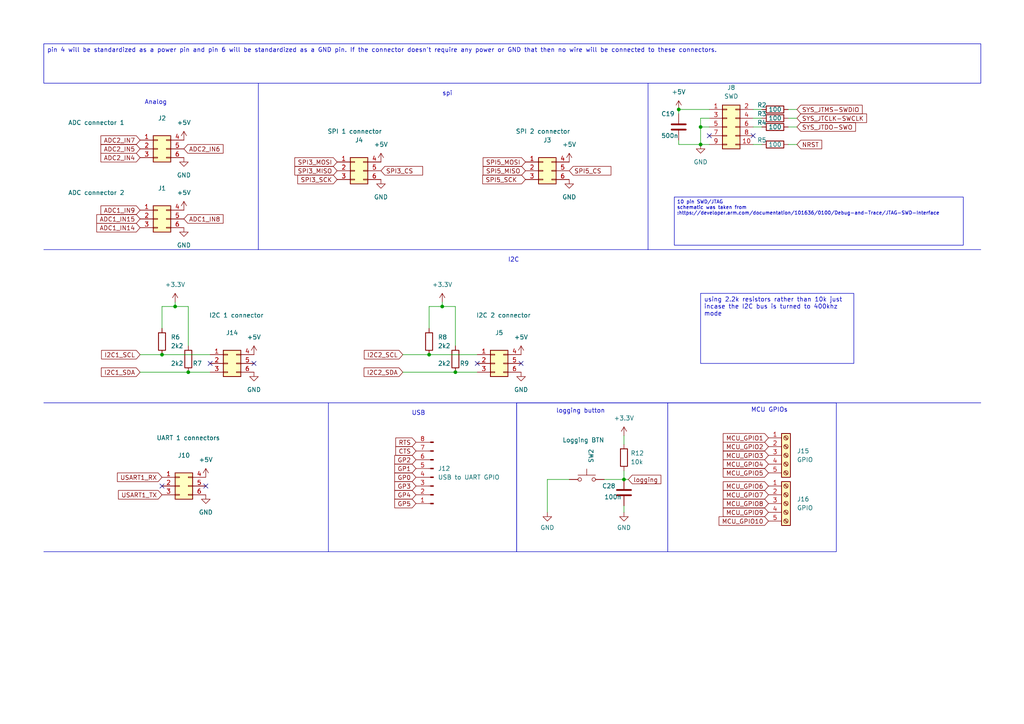
<source format=kicad_sch>
(kicad_sch (version 20230121) (generator eeschema)
  (paper "A4")
  (lib_symbols
    (symbol "Connector:Conn_01x08_Pin" (pin_names (offset 1.016) hide)
      (property "Reference" "J" (at 0 10.16 0))
      (property "Value" "Conn_01x08_Pin" (at 0 -12.7 0))
      (symbol "Conn_01x08_Pin_1_1"
        (polyline (pts (xy 1.27 -10.16) (xy 0.8636 -10.16)) (stroke (width 0.1524)))
        (polyline (pts (xy 1.27 -7.62) (xy 0.8636 -7.62)) (stroke (width 0.1524)))
        (polyline (pts (xy 1.27 -5.08) (xy 0.8636 -5.08)) (stroke (width 0.1524)))
        (polyline (pts (xy 1.27 -2.54) (xy 0.8636 -2.54)) (stroke (width 0.1524)))
        (polyline (pts (xy 1.27 0) (xy 0.8636 0)) (stroke (width 0.1524)))
        (polyline (pts (xy 1.27 2.54) (xy 0.8636 2.54)) (stroke (width 0.1524)))
        (polyline (pts (xy 1.27 5.08) (xy 0.8636 5.08)) (stroke (width 0.1524)))
        (polyline (pts (xy 1.27 7.62) (xy 0.8636 7.62)) (stroke (width 0.1524)))
        (rectangle (start 0.8636 -10.033) (end 0 -10.287) (stroke (width 0.1524)) (fill (type outline)))
        (rectangle (start 0.8636 -7.493) (end 0 -7.747) (stroke (width 0.1524)) (fill (type outline)))
        (rectangle (start 0.8636 -4.953) (end 0 -5.207) (stroke (width 0.1524)) (fill (type outline)))
        (rectangle (start 0.8636 -2.413) (end 0 -2.667) (stroke (width 0.1524)) (fill (type outline)))
        (rectangle (start 0.8636 0.127) (end 0 -0.127) (stroke (width 0.1524)) (fill (type outline)))
        (rectangle (start 0.8636 2.667) (end 0 2.413) (stroke (width 0.1524)) (fill (type outline)))
        (rectangle (start 0.8636 5.207) (end 0 4.953) (stroke (width 0.1524)) (fill (type outline)))
        (rectangle (start 0.8636 7.747) (end 0 7.493) (stroke (width 0.1524)) (fill (type outline)))
        (pin passive line (at 5.08 7.62 180) (length 3.81) (name "Pin_1") (number "1"))
        (pin passive line (at 5.08 5.08 180) (length 3.81) (name "Pin_2") (number "2"))
        (pin passive line (at 5.08 2.54 180) (length 3.81) (name "Pin_3") (number "3"))
        (pin passive line (at 5.08 0 180) (length 3.81) (name "Pin_4") (number "4"))
        (pin passive line (at 5.08 -2.54 180) (length 3.81) (name "Pin_5") (number "5"))
        (pin passive line (at 5.08 -5.08 180) (length 3.81) (name "Pin_6") (number "6"))
        (pin passive line (at 5.08 -7.62 180) (length 3.81) (name "Pin_7") (number "7"))
        (pin passive line (at 5.08 -10.16 180) (length 3.81) (name "Pin_8") (number "8"))
      )
    )
    (symbol "Connector:Screw_Terminal_01x05" (pin_names (offset 1.016) hide)
      (property "Reference" "J" (at 0 7.62 0))
      (property "Value" "Screw_Terminal_01x05" (at 0 -7.62 0))
      (symbol "Screw_Terminal_01x05_1_1"
        (rectangle (start -1.27 6.35) (end 1.27 -6.35) (stroke (width 0.254)) (fill (type background)))
        (circle (center 0 -5.08) (radius 0.635) (stroke (width 0.1524)))
        (circle (center 0 -2.54) (radius 0.635) (stroke (width 0.1524)))
        (polyline (pts (xy -0.5334 -4.7498) (xy 0.3302 -5.588)) (stroke (width 0.1524)))
        (polyline (pts (xy -0.5334 -2.2098) (xy 0.3302 -3.048)) (stroke (width 0.1524)))
        (polyline (pts (xy -0.5334 0.3302) (xy 0.3302 -0.508)) (stroke (width 0.1524)))
        (polyline (pts (xy -0.5334 2.8702) (xy 0.3302 2.032)) (stroke (width 0.1524)))
        (polyline (pts (xy -0.5334 5.4102) (xy 0.3302 4.572)) (stroke (width 0.1524)))
        (polyline (pts (xy -0.3556 -4.572) (xy 0.508 -5.4102)) (stroke (width 0.1524)))
        (polyline (pts (xy -0.3556 -2.032) (xy 0.508 -2.8702)) (stroke (width 0.1524)))
        (polyline (pts (xy -0.3556 0.508) (xy 0.508 -0.3302)) (stroke (width 0.1524)))
        (polyline (pts (xy -0.3556 3.048) (xy 0.508 2.2098)) (stroke (width 0.1524)))
        (polyline (pts (xy -0.3556 5.588) (xy 0.508 4.7498)) (stroke (width 0.1524)))
        (circle (center 0 0) (radius 0.635) (stroke (width 0.1524)))
        (circle (center 0 2.54) (radius 0.635) (stroke (width 0.1524)))
        (circle (center 0 5.08) (radius 0.635) (stroke (width 0.1524)))
        (pin passive line (at -5.08 5.08 0) (length 3.81) (name "Pin_1") (number "1"))
        (pin passive line (at -5.08 2.54 0) (length 3.81) (name "Pin_2") (number "2"))
        (pin passive line (at -5.08 0 0) (length 3.81) (name "Pin_3") (number "3"))
        (pin passive line (at -5.08 -2.54 0) (length 3.81) (name "Pin_4") (number "4"))
        (pin passive line (at -5.08 -5.08 0) (length 3.81) (name "Pin_5") (number "5"))
      )
    )
    (symbol "Connector_Generic:Conn_02x03_Top_Bottom" (pin_names (offset 1.016) hide)
      (property "Reference" "J" (at 1.27 5.08 0))
      (property "Value" "Conn_02x03_Top_Bottom" (at 1.27 -5.08 0))
      (symbol "Conn_02x03_Top_Bottom_1_1"
        (rectangle (start -1.27 -2.413) (end 0 -2.667) (stroke (width 0.1524)))
        (rectangle (start -1.27 0.127) (end 0 -0.127) (stroke (width 0.1524)))
        (rectangle (start -1.27 2.667) (end 0 2.413) (stroke (width 0.1524)))
        (rectangle (start -1.27 3.81) (end 3.81 -3.81) (stroke (width 0.254)) (fill (type background)))
        (rectangle (start 3.81 -2.413) (end 2.54 -2.667) (stroke (width 0.1524)))
        (rectangle (start 3.81 0.127) (end 2.54 -0.127) (stroke (width 0.1524)))
        (rectangle (start 3.81 2.667) (end 2.54 2.413) (stroke (width 0.1524)))
        (pin passive line (at -5.08 2.54 0) (length 3.81) (name "Pin_1") (number "1"))
        (pin passive line (at -5.08 0 0) (length 3.81) (name "Pin_2") (number "2"))
        (pin passive line (at -5.08 -2.54 0) (length 3.81) (name "Pin_3") (number "3"))
        (pin passive line (at 7.62 2.54 180) (length 3.81) (name "Pin_4") (number "4"))
        (pin passive line (at 7.62 0 180) (length 3.81) (name "Pin_5") (number "5"))
        (pin passive line (at 7.62 -2.54 180) (length 3.81) (name "Pin_6") (number "6"))
      )
    )
    (symbol "Connector_Generic:Conn_02x05_Odd_Even" (pin_names (offset 1.016) hide)
      (property "Reference" "J" (at 1.27 7.62 0))
      (property "Value" "Conn_02x05_Odd_Even" (at 1.27 -7.62 0))
      (symbol "Conn_02x05_Odd_Even_1_1"
        (rectangle (start -1.27 -4.953) (end 0 -5.207) (stroke (width 0.1524)))
        (rectangle (start -1.27 -2.413) (end 0 -2.667) (stroke (width 0.1524)))
        (rectangle (start -1.27 0.127) (end 0 -0.127) (stroke (width 0.1524)))
        (rectangle (start -1.27 2.667) (end 0 2.413) (stroke (width 0.1524)))
        (rectangle (start -1.27 5.207) (end 0 4.953) (stroke (width 0.1524)))
        (rectangle (start -1.27 6.35) (end 3.81 -6.35) (stroke (width 0.254)) (fill (type background)))
        (rectangle (start 3.81 -4.953) (end 2.54 -5.207) (stroke (width 0.1524)))
        (rectangle (start 3.81 -2.413) (end 2.54 -2.667) (stroke (width 0.1524)))
        (rectangle (start 3.81 0.127) (end 2.54 -0.127) (stroke (width 0.1524)))
        (rectangle (start 3.81 2.667) (end 2.54 2.413) (stroke (width 0.1524)))
        (rectangle (start 3.81 5.207) (end 2.54 4.953) (stroke (width 0.1524)))
        (pin passive line (at -5.08 5.08 0) (length 3.81) (name "Pin_1") (number "1"))
        (pin passive line (at 7.62 -5.08 180) (length 3.81) (name "Pin_10") (number "10"))
        (pin passive line (at 7.62 5.08 180) (length 3.81) (name "Pin_2") (number "2"))
        (pin passive line (at -5.08 2.54 0) (length 3.81) (name "Pin_3") (number "3"))
        (pin passive line (at 7.62 2.54 180) (length 3.81) (name "Pin_4") (number "4"))
        (pin passive line (at -5.08 0 0) (length 3.81) (name "Pin_5") (number "5"))
        (pin passive line (at 7.62 0 180) (length 3.81) (name "Pin_6") (number "6"))
        (pin passive line (at -5.08 -2.54 0) (length 3.81) (name "Pin_7") (number "7"))
        (pin passive line (at 7.62 -2.54 180) (length 3.81) (name "Pin_8") (number "8"))
        (pin passive line (at -5.08 -5.08 0) (length 3.81) (name "Pin_9") (number "9"))
      )
    )
    (symbol "Device:C" (pin_numbers hide) (pin_names (offset 0.254))
      (property "Reference" "C" (at 0.635 2.54 0))
      (property "Value" "C" (at 0.635 -2.54 0))
      (symbol "C_0_1"
        (polyline (pts (xy -2.032 -0.762) (xy 2.032 -0.762)) (stroke (width 0.508)))
        (polyline (pts (xy -2.032 0.762) (xy 2.032 0.762)) (stroke (width 0.508)))
      )
      (symbol "C_1_1"
        (pin passive line (at 0 3.81 270) (length 2.794) (name "~") (number "1"))
        (pin passive line (at 0 -3.81 90) (length 2.794) (name "~") (number "2"))
      )
    )
    (symbol "Device:R" (pin_numbers hide) (pin_names (offset 0))
      (property "Reference" "R" (at 2.032 0 90))
      (property "Value" "R" (at 0 0 90))
      (symbol "R_0_1"
        (rectangle (start -1.016 -2.54) (end 1.016 2.54) (stroke (width 0.254)))
      )
      (symbol "R_1_1"
        (pin passive line (at 0 3.81 270) (length 1.27) (name "~") (number "1"))
        (pin passive line (at 0 -3.81 90) (length 1.27) (name "~") (number "2"))
      )
    )
    (symbol "Switch:SW_Push" (pin_numbers hide) (pin_names (offset 1.016) hide)
      (property "Reference" "SW" (at 1.27 2.54 0))
      (property "Value" "SW_Push" (at 0 -1.524 0))
      (symbol "SW_Push_0_1"
        (circle (center -2.032 0) (radius 0.508))
        (polyline (pts (xy 0 1.27) (xy 0 3.048)))
        (polyline (pts (xy 2.54 1.27) (xy -2.54 1.27)))
        (circle (center 2.032 0) (radius 0.508))
        (pin passive line (at -5.08 0 0) (length 2.54) (name "1") (number "1"))
        (pin passive line (at 5.08 0 180) (length 2.54) (name "2") (number "2"))
      )
    )
    (symbol "power:+3.3V" (power) (pin_names (offset 0))
      (property "Value" "+3.3V" (at 0 3.556 0))
      (symbol "+3.3V_0_1"
        (polyline (pts (xy -0.762 1.27) (xy 0 2.54)))
        (polyline (pts (xy 0 0) (xy 0 2.54)))
        (polyline (pts (xy 0 2.54) (xy 0.762 1.27)))
      )
      (symbol "+3.3V_1_1"
        (pin power_in line (at 0 0 90) (length 0) hide (name "+3.3V") (number "1"))
      )
    )
    (symbol "power:+5V" (power) (pin_names (offset 0))
      (property "Value" "+5V" (at 0 3.556 0))
      (symbol "+5V_0_1"
        (polyline (pts (xy -0.762 1.27) (xy 0 2.54)))
        (polyline (pts (xy 0 0) (xy 0 2.54)))
        (polyline (pts (xy 0 2.54) (xy 0.762 1.27)))
      )
      (symbol "+5V_1_1"
        (pin power_in line (at 0 0 90) (length 0) hide (name "+5V") (number "1"))
      )
    )
    (symbol "power:GND" (power) (pin_names (offset 0))
      (property "Value" "GND" (at 0 -3.81 0))
      (symbol "GND_0_1"
        (polyline (pts (xy 0 0) (xy 0 -1.27) (xy 1.27 -1.27) (xy 0 -2.54) (xy -1.27 -1.27) (xy 0 -1.27)))
      )
      (symbol "GND_1_1"
        (pin power_in line (at 0 0 270) (length 0) hide (name "GND") (number "1"))
      )
    )
  )
  (junction (at 128.27 88.9))
  (junction (at 196.85 31.75))
  (junction (at 50.8 88.9))
  (junction (at 54.61 107.95))
  (junction (at 132.08 107.95))
  (junction (at 203.2 41.91))
  (junction (at 180.975 139.065))
  (junction (at 46.99 102.87))
  (junction (at 124.46 102.87))
  (junction (at 203.2 36.83))
  (no_connect (at 218.44 39.37))
  (no_connect (at 205.74 39.37))
  (no_connect (at 59.69 140.97))
  (no_connect (at 151.13 105.41))
  (no_connect (at 138.43 105.41))
  (no_connect (at 73.66 105.41))
  (no_connect (at 46.99 140.97))
  (no_connect (at 60.96 105.41))
  (wire (pts (xy 138.43 107.95) (xy 132.08 107.95)))
  (wire (pts (xy 46.99 88.9) (xy 50.8 88.9)))
  (polyline (pts (xy 95.25 160.02) (xy 149.86 160.02)))
  (wire (pts (xy 180.975 148.59) (xy 180.975 146.685)))
  (wire (pts (xy 196.85 40.64) (xy 196.85 41.91)))
  (wire (pts (xy 228.6 31.75) (xy 231.14 31.75)))
  (polyline (pts (xy 12.7 160.02) (xy 95.25 160.02)))
  (polyline (pts (xy 12.7 72.39) (xy 74.93 72.39)))
  (wire (pts (xy 218.44 31.75) (xy 220.98 31.75)))
  (wire (pts (xy 158.75 139.065) (xy 158.75 148.59)))
  (wire (pts (xy 218.44 34.29) (xy 220.98 34.29)))
  (wire (pts (xy 196.85 31.75) (xy 205.74 31.75)))
  (wire (pts (xy 228.6 34.29) (xy 231.14 34.29)))
  (wire (pts (xy 203.2 36.83) (xy 205.74 36.83)))
  (wire (pts (xy 54.61 88.9) (xy 50.8 88.9)))
  (polyline (pts (xy 187.96 72.39) (xy 284.48 72.39)))
  (polyline (pts (xy 95.25 160.02) (xy 95.25 116.84)))
  (polyline (pts (xy 74.93 72.39) (xy 187.96 72.39)))
  (polyline (pts (xy 12.7 116.84) (xy 284.48 116.84)))
  (wire (pts (xy 203.2 34.29) (xy 203.2 36.83)))
  (wire (pts (xy 175.26 139.065) (xy 180.975 139.065)))
  (wire (pts (xy 180.975 139.065) (xy 182.245 139.065)))
  (polyline (pts (xy 74.93 24.13) (xy 74.93 72.39)))
  (polyline (pts (xy 149.86 160.02) (xy 149.86 116.84)))
  (wire (pts (xy 218.44 36.83) (xy 220.98 36.83)))
  (wire (pts (xy 60.96 107.95) (xy 54.61 107.95)))
  (wire (pts (xy 205.74 34.29) (xy 203.2 34.29)))
  (wire (pts (xy 196.85 31.75) (xy 196.85 33.02)))
  (wire (pts (xy 40.64 102.87) (xy 46.99 102.87)))
  (wire (pts (xy 128.27 87.63) (xy 128.27 88.9)))
  (wire (pts (xy 158.75 139.065) (xy 165.1 139.065)))
  (wire (pts (xy 124.46 95.25) (xy 124.46 88.9)))
  (wire (pts (xy 138.43 102.87) (xy 124.46 102.87)))
  (wire (pts (xy 203.2 41.91) (xy 203.2 36.83)))
  (wire (pts (xy 116.84 107.95) (xy 132.08 107.95)))
  (wire (pts (xy 46.99 95.25) (xy 46.99 88.9)))
  (wire (pts (xy 132.08 100.33) (xy 132.08 88.9)))
  (wire (pts (xy 50.8 87.63) (xy 50.8 88.9)))
  (wire (pts (xy 124.46 88.9) (xy 128.27 88.9)))
  (wire (pts (xy 180.975 126.365) (xy 180.975 128.905)))
  (wire (pts (xy 228.6 41.91) (xy 231.14 41.91)))
  (wire (pts (xy 205.74 41.91) (xy 203.2 41.91)))
  (wire (pts (xy 116.84 102.87) (xy 124.46 102.87)))
  (wire (pts (xy 40.64 107.95) (xy 54.61 107.95)))
  (polyline (pts (xy 187.96 24.13) (xy 187.96 72.39)))
  (wire (pts (xy 60.96 102.87) (xy 46.99 102.87)))
  (wire (pts (xy 180.975 136.525) (xy 180.975 139.065)))
  (wire (pts (xy 132.08 88.9) (xy 128.27 88.9)))
  (wire (pts (xy 196.85 41.91) (xy 203.2 41.91)))
  (wire (pts (xy 218.44 41.91) (xy 220.98 41.91)))
  (wire (pts (xy 228.6 36.83) (xy 231.14 36.83)))
  (wire (pts (xy 54.61 100.33) (xy 54.61 88.9)))
  (rectangle (start 149.86 116.84) (end 193.675 160.02))
  (rectangle (start 193.675 116.84) (end 242.57 160.02))
  (text_box "pin 4 will be standardized as a power pin and pin 6 will be standardized as a GND pin. If the connector doesn't require any power or GND that then no wire will be connected to these connectors.\n" (at 12.7 12.7 0) (size 271.78 11.43) (effects (font (size 1.27 1.27)) (justify left top)))
  (text_box "10 pin SWD/JTAG \nschematic was taken from :https://developer.arm.com/documentation/101636/0100/Debug-and-Trace/JTAG-SWD-Interface\n" (at 195.58 57.15 0) (size 83.82 13.97) (effects (font (size 1 1)) (justify left top)))
  (text_box "using 2.2k resistors rather than 10k just incase the I2C bus is turned to 400khz mode\n" (at 203.2 85.09 0) (size 44.45 20.32) (effects (font (size 1.27 1.27)) (justify left top)))
  (text "Analog\n" (at 41.91 30.48 0) (effects (font (size 1.27 1.27)) (justify left bottom)))
  (text "spi\n" (at 128.27 27.94 0) (effects (font (size 1.27 1.27)) (justify left bottom)))
  (text "I2C\n" (at 147.32 76.2 0) (effects (font (size 1.27 1.27)) (justify left bottom)))
  (text "USB\n" (at 119.38 120.65 0) (effects (font (size 1.27 1.27)) (justify left bottom)))
  (text "logging button\n" (at 161.29 120.015 0) (effects (font (size 1.27 1.27)) (justify left bottom)))
  (text "MCU GPIOs\n\n\n" (at 217.805 123.825 0) (effects (font (size 1.27 1.27)) (justify left bottom)))
  (global_label "ADC2_IN6" (shape input) (at 53.34 43.18 0) (property "Intersheetrefs" "${INTERSHEET_REFS}" (effects hide)))
  (global_label "I2C2_SDA" (shape input) (at 116.84 107.95 180) (property "Intersheetrefs" "${INTERSHEET_REFS}" (effects hide)))
  (global_label "USART1_TX" (shape input) (at 46.99 143.51 180) (property "Intersheetrefs" "${INTERSHEET_REFS}" (effects hide)))
  (global_label "SYS_JTDO-SWO" (shape input) (at 231.14 36.83 0) (property "Intersheetrefs" "${INTERSHEET_REFS}" (effects hide)))
  (global_label "SPI5_CS  " (shape input) (at 165.1 49.53 0) (property "Intersheetrefs" "${INTERSHEET_REFS}" (effects hide)))
  (global_label "GP5" (shape input) (at 120.65 146.05 180) (property "Intersheetrefs" "${INTERSHEET_REFS}" (effects hide)))
  (global_label "ADC2_IN5" (shape input) (at 40.64 43.18 180) (property "Intersheetrefs" "${INTERSHEET_REFS}" (effects hide)))
  (global_label "NRST" (shape input) (at 231.14 41.91 0) (property "Intersheetrefs" "${INTERSHEET_REFS}" (effects hide)))
  (global_label "ADC1_IN14" (shape input) (at 40.64 66.04 180) (property "Intersheetrefs" "${INTERSHEET_REFS}" (effects hide)))
  (global_label "SPI5_SCK " (shape input) (at 152.4 52.07 180) (property "Intersheetrefs" "${INTERSHEET_REFS}" (effects hide)))
  (global_label "GP4" (shape input) (at 120.65 143.51 180) (property "Intersheetrefs" "${INTERSHEET_REFS}" (effects hide)))
  (global_label "MCU_GPIO7" (shape input) (at 222.885 143.51 180) (property "Intersheetrefs" "${INTERSHEET_REFS}" (effects hide)))
  (global_label "USART1_RX" (shape input) (at 46.99 138.43 180) (property "Intersheetrefs" "${INTERSHEET_REFS}" (effects hide)))
  (global_label "GP0" (shape input) (at 120.65 138.43 180) (property "Intersheetrefs" "${INTERSHEET_REFS}" (effects hide)))
  (global_label "SPI3_MOSI" (shape input) (at 97.79 46.99 180) (property "Intersheetrefs" "${INTERSHEET_REFS}" (effects hide)))
  (global_label "MCU_GPIO1" (shape input) (at 222.885 127 180) (property "Intersheetrefs" "${INTERSHEET_REFS}" (effects hide)))
  (global_label "SPI3_SCK" (shape input) (at 97.79 52.07 180) (property "Intersheetrefs" "${INTERSHEET_REFS}" (effects hide)))
  (global_label "GP1" (shape input) (at 120.65 135.89 180) (property "Intersheetrefs" "${INTERSHEET_REFS}" (effects hide)))
  (global_label "MCU_GPIO6" (shape input) (at 222.885 140.97 180) (property "Intersheetrefs" "${INTERSHEET_REFS}" (effects hide)))
  (global_label "MCU_GPIO8" (shape input) (at 222.885 146.05 180) (property "Intersheetrefs" "${INTERSHEET_REFS}" (effects hide)))
  (global_label "ADC2_IN7" (shape input) (at 40.64 40.64 180) (property "Intersheetrefs" "${INTERSHEET_REFS}" (effects hide)))
  (global_label "ADC2_IN4" (shape input) (at 40.64 45.72 180) (property "Intersheetrefs" "${INTERSHEET_REFS}" (effects hide)))
  (global_label "SYS_JTCLK-SWCLK" (shape input) (at 231.14 34.29 0) (property "Intersheetrefs" "${INTERSHEET_REFS}" (effects hide)))
  (global_label "GP3" (shape input) (at 120.65 140.97 180) (property "Intersheetrefs" "${INTERSHEET_REFS}" (effects hide)))
  (global_label "ADC1_IN9" (shape input) (at 40.64 60.96 180) (property "Intersheetrefs" "${INTERSHEET_REFS}" (effects hide)))
  (global_label "RTS" (shape input) (at 120.65 128.27 180) (property "Intersheetrefs" "${INTERSHEET_REFS}" (effects hide)))
  (global_label "MCU_GPIO4" (shape input) (at 222.885 134.62 180) (property "Intersheetrefs" "${INTERSHEET_REFS}" (effects hide)))
  (global_label "SPI3_CS  " (shape input) (at 110.49 49.53 0) (property "Intersheetrefs" "${INTERSHEET_REFS}" (effects hide)))
  (global_label "ADC1_IN15" (shape input) (at 40.64 63.5 180) (property "Intersheetrefs" "${INTERSHEET_REFS}" (effects hide)))
  (global_label "MCU_GPIO9" (shape input) (at 222.885 148.59 180) (property "Intersheetrefs" "${INTERSHEET_REFS}" (effects hide)))
  (global_label "I2C1_SCL" (shape input) (at 40.64 102.87 180) (property "Intersheetrefs" "${INTERSHEET_REFS}" (effects hide)))
  (global_label "I2C2_SCL" (shape input) (at 116.84 102.87 180) (property "Intersheetrefs" "${INTERSHEET_REFS}" (effects hide)))
  (global_label "SPI3_MISO" (shape input) (at 97.79 49.53 180) (property "Intersheetrefs" "${INTERSHEET_REFS}" (effects hide)))
  (global_label "MCU_GPIO3" (shape input) (at 222.885 132.08 180) (property "Intersheetrefs" "${INTERSHEET_REFS}" (effects hide)))
  (global_label "ADC1_IN8" (shape input) (at 53.34 63.5 0) (property "Intersheetrefs" "${INTERSHEET_REFS}" (effects hide)))
  (global_label "SPI5_MISO" (shape input) (at 152.4 49.53 180) (property "Intersheetrefs" "${INTERSHEET_REFS}" (effects hide)))
  (global_label "GP2" (shape input) (at 120.65 133.35 180) (property "Intersheetrefs" "${INTERSHEET_REFS}" (effects hide)))
  (global_label "SPI5_MOSI" (shape input) (at 152.4 46.99 180) (property "Intersheetrefs" "${INTERSHEET_REFS}" (effects hide)))
  (global_label "I2C1_SDA" (shape input) (at 40.64 107.95 180) (property "Intersheetrefs" "${INTERSHEET_REFS}" (effects hide)))
  (global_label "MCU_GPIO2" (shape input) (at 222.885 129.54 180) (property "Intersheetrefs" "${INTERSHEET_REFS}" (effects hide)))
  (global_label "MCU_GPIO10" (shape input) (at 222.885 151.13 180) (property "Intersheetrefs" "${INTERSHEET_REFS}" (effects hide)))
  (global_label "SYS_JTMS-SWDIO" (shape input) (at 231.14 31.75 0) (property "Intersheetrefs" "${INTERSHEET_REFS}" (effects hide)))
  (global_label "CTS" (shape input) (at 120.65 130.81 180) (property "Intersheetrefs" "${INTERSHEET_REFS}" (effects hide)))
  (global_label "MCU_GPIO5" (shape input) (at 222.885 137.16 180) (property "Intersheetrefs" "${INTERSHEET_REFS}" (effects hide)))
  (global_label "logging" (shape input) (at 182.245 139.065 0) (property "Intersheetrefs" "${INTERSHEET_REFS}" (effects hide)))
  (symbol (lib_id "power:+5V") (at 196.85 31.75 0) (unit 1)
    (property "Reference" "#PWR019" (effects hide))
    (property "Value" "+5V" (at 196.85 26.67 0))
  )
  (symbol (lib_id "Device:R") (at 180.975 132.715 0) (unit 1)
    (property "Reference" "R12" (at 182.88 131.445 0) (effects (justify left)))
    (property "Value" "10k" (at 182.88 133.985 0) (effects (justify left)))
    (property "Footprint" "Resistor_SMD:R_0603_1608Metric_Pad0.98x0.95mm_HandSolder" (effects hide))
    (property "JLCpart#" "C4226066" (effects hide))
  )
  (symbol (lib_id "power:GND") (at 180.975 148.59 0) (unit 1)
    (property "Reference" "#PWR049" (effects hide))
    (property "Value" "GND" (at 180.975 153.035 0))
  )
  (symbol (lib_id "power:+5V") (at 73.66 102.87 0) (unit 1)
    (property "Reference" "#PWR040" (effects hide))
    (property "Value" "+5V" (at 73.66 97.79 0))
  )
  (symbol (lib_id "power:GND") (at 59.69 143.51 0) (unit 1)
    (property "Reference" "#PWR046" (effects hide))
    (property "Value" "GND" (at 59.69 148.59 0))
  )
  (symbol (lib_id "Connector:Screw_Terminal_01x05") (at 227.965 146.05 0) (unit 1)
    (property "Reference" "J16" (at 231.14 144.78 0) (effects (justify left)))
    (property "Value" "GPIO" (at 231.14 147.32 0) (effects (justify left)))
    (property "Footprint" "TerminalBlock_Phoenix:TerminalBlock_Phoenix_MKDS-1,5-5_1x05_P5.00mm_Horizontal" (effects hide))
  )
  (symbol (lib_id "power:GND") (at 203.2 41.91 0) (unit 1)
    (property "Reference" "#PWR035" (effects hide))
    (property "Value" "GND" (at 203.2 46.99 0))
  )
  (symbol (lib_id "power:+5V") (at 53.34 60.96 0) (unit 1)
    (property "Reference" "#PWR027" (effects hide))
    (property "Value" "+5V" (at 53.34 55.88 0))
  )
  (symbol (lib_id "Device:R") (at 46.99 99.06 0) (unit 1)
    (property "Reference" "R6" (at 49.53 97.79 0) (effects (justify left)))
    (property "Value" "2k2" (at 49.53 100.33 0) (effects (justify left)))
    (property "Footprint" "Resistor_SMD:R_0603_1608Metric_Pad0.98x0.95mm_HandSolder" (effects hide))
    (property "JLCpart#" "C427273" (effects hide))
  )
  (symbol (lib_id "power:+5V") (at 53.34 40.64 0) (unit 1)
    (property "Reference" "#PWR025" (effects hide))
    (property "Value" "+5V" (at 53.34 35.56 0))
  )
  (symbol (lib_id "Connector_Generic:Conn_02x03_Top_Bottom") (at 66.04 105.41 0) (unit 1)
    (property "Reference" "J14" (at 67.31 96.52 0))
    (property "Value" "I2C 1 connector" (at 68.58 91.44 0))
    (property "Footprint" "NewMolexLibrary:Molex_MegaFit_2x03x5.70mm_Angled" (effects hide))
  )
  (symbol (lib_id "power:GND") (at 151.13 107.95 0) (unit 1)
    (property "Reference" "#PWR044" (effects hide))
    (property "Value" "GND" (at 151.13 113.03 0))
  )
  (symbol (lib_id "power:GND") (at 165.1 52.07 0) (unit 1)
    (property "Reference" "#PWR026" (effects hide))
    (property "Value" "GND" (at 165.1 57.15 0))
  )
  (symbol (lib_id "power:GND") (at 53.34 66.04 0) (unit 1)
    (property "Reference" "#PWR028" (effects hide))
    (property "Value" "GND" (at 53.34 71.12 0))
  )
  (symbol (lib_id "Device:C") (at 180.975 142.875 0) (unit 1)
    (property "Reference" "C28" (at 174.625 140.97 0) (effects (justify left)))
    (property "Value" "100n" (at 175.26 144.145 0) (effects (justify left)))
    (property "Footprint" "Capacitor_SMD:C_0603_1608Metric_Pad1.08x0.95mm_HandSolder" (effects hide))
    (property "JLCpart#" "C76599" (effects hide))
  )
  (symbol (lib_id "power:+5V") (at 59.69 138.43 0) (unit 1)
    (property "Reference" "#PWR045" (effects hide))
    (property "Value" "+5V" (at 59.69 133.35 0))
  )
  (symbol (lib_id "Device:R") (at 224.79 36.83 90) (unit 1)
    (property "Reference" "R4" (at 220.98 35.56 90))
    (property "Value" "100" (at 224.79 36.83 90))
    (property "Footprint" "Resistor_SMD:R_0603_1608Metric_Pad0.98x0.95mm_HandSolder" (effects hide))
    (property "JLCpart#" "C441885" (effects hide))
  )
  (symbol (lib_id "Connector_Generic:Conn_02x03_Top_Bottom") (at 157.48 49.53 0) (unit 1)
    (property "Reference" "J3" (at 158.75 40.64 0))
    (property "Value" "SPI 2 connector" (at 157.48 38.1 0))
    (property "Footprint" "NewMolexLibrary:Molex_MegaFit_2x03x5.70mm_Angled" (effects hide))
  )
  (symbol (lib_id "Device:C") (at 196.85 36.83 0) (unit 1)
    (property "Reference" "C19" (at 191.77 33.02 0) (effects (justify left)))
    (property "Value" "500n" (at 191.77 39.37 0) (effects (justify left)))
    (property "Footprint" "Capacitor_SMD:C_0603_1608Metric_Pad1.08x0.95mm_HandSolder" (effects hide))
    (property "JLCpart#" "C124567" (effects hide))
  )
  (symbol (lib_id "Connector_Generic:Conn_02x03_Top_Bottom") (at 45.72 63.5 0) (unit 1)
    (property "Reference" "J1" (at 46.99 54.61 0))
    (property "Value" "ADC connector 2" (at 27.94 55.88 0))
    (property "Footprint" "NewMolexLibrary:Molex_MegaFit_2x03x5.70mm_Angled" (effects hide))
  )
  (symbol (lib_id "power:+5V") (at 151.13 102.87 0) (unit 1)
    (property "Reference" "#PWR043" (effects hide))
    (property "Value" "+5V" (at 151.13 97.79 0))
  )
  (symbol (lib_id "Device:R") (at 124.46 99.06 0) (unit 1)
    (property "Reference" "R8" (at 127 97.79 0) (effects (justify left)))
    (property "Value" "2k2" (at 127 100.33 0) (effects (justify left)))
    (property "Footprint" "Resistor_SMD:R_0603_1608Metric_Pad0.98x0.95mm_HandSolder" (effects hide))
    (property "JLCpart#" "C427273" (effects hide))
  )
  (symbol (lib_id "power:GND") (at 158.75 148.59 0) (unit 1)
    (property "Reference" "#PWR048" (effects hide))
    (property "Value" "GND" (at 158.75 153.035 0))
  )
  (symbol (lib_id "Connector_Generic:Conn_02x03_Top_Bottom") (at 45.72 43.18 0) (unit 1)
    (property "Reference" "J2" (at 46.99 34.29 0))
    (property "Value" "ADC connector 1" (at 27.94 35.56 0))
    (property "Footprint" "NewMolexLibrary:Molex_MegaFit_2x03x5.70mm_Angled" (effects hide))
  )
  (symbol (lib_id "power:GND") (at 73.66 107.95 0) (unit 1)
    (property "Reference" "#PWR041" (effects hide))
    (property "Value" "GND" (at 73.66 113.03 0))
  )
  (symbol (lib_id "Connector_Generic:Conn_02x03_Top_Bottom") (at 102.87 49.53 0) (unit 1)
    (property "Reference" "J4" (at 104.14 40.64 0))
    (property "Value" "SPI 1 connector" (at 102.87 38.1 0))
    (property "Footprint" "NewMolexLibrary:Molex_MegaFit_2x03x5.70mm_Angled" (effects hide))
  )
  (symbol (lib_id "power:GND") (at 53.34 45.72 0) (unit 1)
    (property "Reference" "#PWR024" (effects hide))
    (property "Value" "GND" (at 53.34 50.8 0))
  )
  (symbol (lib_id "power:+5V") (at 110.49 46.99 0) (unit 1)
    (property "Reference" "#PWR023" (effects hide))
    (property "Value" "+5V" (at 110.49 41.91 0))
  )
  (symbol (lib_id "power:+5V") (at 165.1 46.99 0) (unit 1)
    (property "Reference" "#PWR021" (effects hide))
    (property "Value" "+5V" (at 165.1 41.91 0))
  )
  (symbol (lib_id "Connector_Generic:Conn_02x05_Odd_Even") (at 210.82 36.83 0) (unit 1)
    (property "Reference" "J8" (at 212.09 25.4 0))
    (property "Value" "SWD" (at 212.09 27.94 0))
    (property "Footprint" "Connector_PinHeader_2.54mm:PinHeader_2x05_P2.54mm_Vertical" (effects hide))
  )
  (symbol (lib_id "Connector:Conn_01x08_Pin") (at 125.73 138.43 180) (unit 1)
    (property "Reference" "J12" (at 127 135.89 0) (effects (justify right)))
    (property "Value" "USB to UART GPIO" (at 127 138.43 0) (effects (justify right)))
    (property "Footprint" "Connector_PinHeader_2.54mm:PinHeader_1x08_P2.54mm_Vertical" (effects hide))
  )
  (symbol (lib_id "Device:R") (at 224.79 41.91 90) (unit 1)
    (property "Reference" "R5" (at 220.98 40.64 90))
    (property "Value" "100" (at 224.79 41.91 90))
    (property "Footprint" "Resistor_SMD:R_0603_1608Metric_Pad0.98x0.95mm_HandSolder" (effects hide))
    (property "JLCpart#" "C441885" (effects hide))
  )
  (symbol (lib_id "Connector:Screw_Terminal_01x05") (at 227.965 132.08 0) (unit 1)
    (property "Reference" "J15" (at 231.14 130.81 0) (effects (justify left)))
    (property "Value" "GPIO" (at 231.14 133.35 0) (effects (justify left)))
    (property "Footprint" "TerminalBlock_Phoenix:TerminalBlock_Phoenix_MKDS-1,5-5_1x05_P5.00mm_Horizontal" (effects hide))
  )
  (symbol (lib_id "Device:R") (at 132.08 104.14 0) (unit 1)
    (property "Reference" "R9" (at 133.35 105.41 0) (effects (justify left)))
    (property "Value" "2k2" (at 127 105.41 0) (effects (justify left)))
    (property "Footprint" "Resistor_SMD:R_0603_1608Metric_Pad0.98x0.95mm_HandSolder" (effects hide))
    (property "JLCpart#" "C427273" (effects hide))
  )
  (symbol (lib_id "Switch:SW_Push") (at 170.18 139.065 0) (unit 1)
    (property "Reference" "SW2" (at 171.45 130.175 90) (effects (justify right)))
    (property "Value" "Logging BTN" (at 175.26 127.635 0) (effects (justify right)))
    (property "Footprint" "Button_Switch_SMD:SW_SPST_PTS645" (effects hide))
    (instances (project "stm32f429z" (path "" (reference "SW2") (unit 1)) (path "" (reference "SW4") (unit 1))))
  )
  (symbol (lib_id "power:+3.3V") (at 50.8 87.63 0) (unit 1)
    (property "Reference" "#PWR039" (effects hide))
    (property "Value" "+3.3V" (at 50.8 82.55 0))
  )
  (symbol (lib_id "power:+3.3V") (at 128.27 87.63 0) (unit 1)
    (property "Reference" "#PWR042" (effects hide))
    (property "Value" "+3.3V" (at 128.27 82.55 0))
  )
  (symbol (lib_id "power:+3.3V") (at 180.975 126.365 0) (unit 1)
    (property "Reference" "#PWR050" (effects hide))
    (property "Value" "+3.3V" (at 180.975 121.285 0))
  )
  (symbol (lib_id "Device:R") (at 224.79 31.75 90) (unit 1)
    (property "Reference" "R2" (at 220.98 30.48 90))
    (property "Value" "100" (at 224.79 31.75 90))
    (property "Footprint" "Resistor_SMD:R_0603_1608Metric_Pad0.98x0.95mm_HandSolder" (effects hide))
    (property "JLCpart#" "C441885" (effects hide))
  )
  (symbol (lib_id "Device:R") (at 224.79 34.29 90) (unit 1)
    (property "Reference" "R3" (at 220.98 33.02 90))
    (property "Value" "100" (at 224.79 34.29 90))
    (property "Footprint" "Resistor_SMD:R_0603_1608Metric_Pad0.98x0.95mm_HandSolder" (effects hide))
    (property "JLCpart#" "C441885" (effects hide))
  )
  (symbol (lib_id "Connector_Generic:Conn_02x03_Top_Bottom") (at 52.07 140.97 0) (unit 1)
    (property "Reference" "J10" (at 53.34 132.08 0))
    (property "Value" "UART 1 connectors" (at 54.61 127 0))
    (property "Footprint" "NewMolexLibrary:Molex_MegaFit_2x03x5.70mm_Angled" (effects hide))
  )
  (symbol (lib_id "power:GND") (at 110.49 52.07 0) (unit 1)
    (property "Reference" "#PWR022" (effects hide))
    (property "Value" "GND" (at 110.49 57.15 0))
  )
  (symbol (lib_id "Device:R") (at 54.61 104.14 0) (unit 1)
    (property "Reference" "R7" (at 55.88 105.41 0) (effects (justify left)))
    (property "Value" "2k2" (at 49.53 105.41 0) (effects (justify left)))
    (property "Footprint" "Resistor_SMD:R_0603_1608Metric_Pad0.98x0.95mm_HandSolder" (effects hide))
    (property "JLCpart#" "C427273" (effects hide))
  )
  (symbol (lib_id "Connector_Generic:Conn_02x03_Top_Bottom") (at 143.51 105.41 0) (unit 1)
    (property "Reference" "J5" (at 144.78 96.52 0))
    (property "Value" "I2C 2 connector" (at 146.05 91.44 0))
    (property "Footprint" "NewMolexLibrary:Molex_MegaFit_2x03x5.70mm_Angled" (effects hide))
  )
)
</source>
